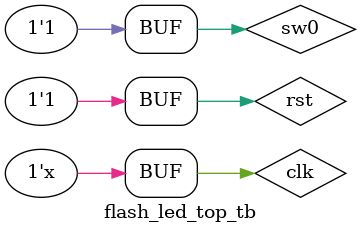
<source format=v>
`timescale 1ns / 1ps
module counter(
    input  wire clk,
    input  wire rst,
    output wire clk_bps
);
    reg [13: 0] cnt_first, cnt_second;

    always @(posedge clk)
        if(rst)
            cnt_first <= 14'd0;
        else if(cnt_first == 14'd10000)
            cnt_first <= 14'd0;
        else
            cnt_first <= cnt_first + 1'b1;

    always @(posedge clk)
        if(rst)
            cnt_second <= 14'd0;
        else if(cnt_second == 14'd10000)
            cnt_second <= 14'd0;
        else if(cnt_first == 14'd10000)
            cnt_second <= cnt_second + 1'b1;

    assign clk_bps = cnt_second == 14'd10000 ? 1'b1 : 1'b0;
endmodule

module flash_led_ctl(
 	 	input clk,
 	 	input rst,
 	 	input dir,
 	 	input clk_bps,
 	 	output reg[15:0]led
 	 	);
 	 	always @( posedge clk or posedge rst )
 	 		if( rst )
 	 			led <= 16'h8000;
 	 		else
 	 			case( dir )
 	 				1'b0:  			
 	 					if( clk_bps )
 	 				 		if( led != 16'd1 )
 	 							led <= led >> 1'b1;
 	 						else
 	 							led <= 16'h8000;
 	 				1'b1:  			 
 	 			 		if( clk_bps )
 	 						if( led != 16'h8000 )
 	 							led <= led << 1'b1;
 	 						else
 	 							led <= 16'd1;
 	 			endcase
endmodule



module flash_led_top(
        input clk,
 	 	input rst_n,
 	 	input sw0,
 	 	output [15:0]led
 	 	);
 	 	wire clk_bps;
 	 	wire rst;
 	 	assign rst = ~rst_n;
 	 	
 	 	counter counter(
 	 		.clk( clk ),
 	 		.rst( rst ),
 	 		.clk_bps( clk_bps )
 	 	);
 	 	flash_led_ctl flash_led_ctl(
 	 		.clk( clk ),
 	 		.rst( rst ),
 	 		.dir( sw0 ),
 	 		.clk_bps( clk_bps ),
 	 		.led( led )
 	 	);
endmodule

module flash_led_top_tb;
 	 	reg clk,rst,sw0;
 	 	wire [15:0] led;
 	  	initial begin
 	 		clk = 1'b0;
 	 		rst = 1'b1;
 	 		sw0 = 1'b0;
 	 		#10 rst = 1'b0;
 	 		#10 rst = 1'b1;
 	 		#1000000000				 //6ms后改变位移方向
 	 		#1000000000
 	 		#1000000000
 	 		#1000000000
 	 		#1000000000
 	 		#1000000000
 	 		sw0 = 1'b1;
 	 	end
 	 	always #5 clk <= ~clk;
 	 	flash_led_top flash_led_top(
 	 		.clk( clk ),
 	 		.rst_n( rst ),
 	 		.sw0( sw0 ),
 	 		.led( led )
 	 	);
endmodule

</source>
